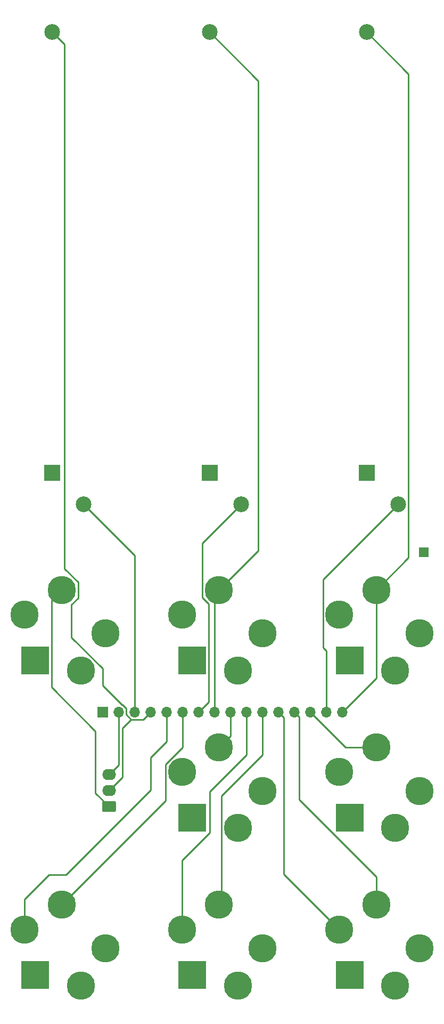
<source format=gtl>
G04 #@! TF.GenerationSoftware,KiCad,Pcbnew,6.0.1-79c1e3a40b~116~ubuntu20.04.1*
G04 #@! TF.CreationDate,2022-01-29T19:42:52-05:00*
G04 #@! TF.ProjectId,attenuverters_front,61747465-6e75-4766-9572-746572735f66,rev?*
G04 #@! TF.SameCoordinates,Original*
G04 #@! TF.FileFunction,Copper,L1,Top*
G04 #@! TF.FilePolarity,Positive*
%FSLAX46Y46*%
G04 Gerber Fmt 4.6, Leading zero omitted, Abs format (unit mm)*
G04 Created by KiCad (PCBNEW 6.0.1-79c1e3a40b~116~ubuntu20.04.1) date 2022-01-29 19:42:52*
%MOMM*%
%LPD*%
G01*
G04 APERTURE LIST*
G04 Aperture macros list*
%AMRoundRect*
0 Rectangle with rounded corners*
0 $1 Rounding radius*
0 $2 $3 $4 $5 $6 $7 $8 $9 X,Y pos of 4 corners*
0 Add a 4 corners polygon primitive as box body*
4,1,4,$2,$3,$4,$5,$6,$7,$8,$9,$2,$3,0*
0 Add four circle primitives for the rounded corners*
1,1,$1+$1,$2,$3*
1,1,$1+$1,$4,$5*
1,1,$1+$1,$6,$7*
1,1,$1+$1,$8,$9*
0 Add four rect primitives between the rounded corners*
20,1,$1+$1,$2,$3,$4,$5,0*
20,1,$1+$1,$4,$5,$6,$7,0*
20,1,$1+$1,$6,$7,$8,$9,0*
20,1,$1+$1,$8,$9,$2,$3,0*%
G04 Aperture macros list end*
G04 #@! TA.AperFunction,ComponentPad*
%ADD10R,1.500000X1.500000*%
G04 #@! TD*
G04 #@! TA.AperFunction,ComponentPad*
%ADD11R,2.500000X2.500000*%
G04 #@! TD*
G04 #@! TA.AperFunction,ComponentPad*
%ADD12C,2.500000*%
G04 #@! TD*
G04 #@! TA.AperFunction,ComponentPad*
%ADD13C,4.500001*%
G04 #@! TD*
G04 #@! TA.AperFunction,ComponentPad*
%ADD14R,4.500001X4.500001*%
G04 #@! TD*
G04 #@! TA.AperFunction,ComponentPad*
%ADD15C,4.500000*%
G04 #@! TD*
G04 #@! TA.AperFunction,ComponentPad*
%ADD16R,1.700000X1.700000*%
G04 #@! TD*
G04 #@! TA.AperFunction,ComponentPad*
%ADD17O,1.700000X1.700000*%
G04 #@! TD*
G04 #@! TA.AperFunction,ComponentPad*
%ADD18RoundRect,0.250000X0.850000X-0.620000X0.850000X0.620000X-0.850000X0.620000X-0.850000X-0.620000X0*%
G04 #@! TD*
G04 #@! TA.AperFunction,ComponentPad*
%ADD19O,2.200000X1.740000*%
G04 #@! TD*
G04 #@! TA.AperFunction,Conductor*
%ADD20C,0.250000*%
G04 #@! TD*
G04 APERTURE END LIST*
D10*
G04 #@! TO.P,TP4,1,1*
G04 #@! TO.N,Board_0-GND1*
X182079999Y-110129997D03*
G04 #@! TD*
D11*
G04 #@! TO.P,RV2,1,1*
G04 #@! TO.N,Board_0-GND1*
X147999999Y-97499997D03*
D12*
G04 #@! TO.P,RV2,2,2*
G04 #@! TO.N,Board_0-NONINV2_P*
X152999999Y-102499997D03*
G04 #@! TO.P,RV2,3,3*
G04 #@! TO.N,Board_0-INV2_P*
X147999999Y-27499997D03*
G04 #@! TD*
D13*
G04 #@! TO.P,J13,R*
G04 #@! TO.N,N/C*
X181399999Y-147999997D03*
G04 #@! TO.P,J13,RN*
X177499999Y-153899997D03*
D14*
G04 #@! TO.P,J13,S*
G04 #@! TO.N,Board_0-GND1*
X170259999Y-152239997D03*
D15*
G04 #@! TO.P,J13,T*
G04 #@! TO.N,Board_0-OUT~{SUM}_P*
X174499999Y-141099997D03*
G04 #@! TO.P,J13,TN*
G04 #@! TO.N,N/C*
X168599999Y-144999997D03*
G04 #@! TD*
D13*
G04 #@! TO.P,J4,R*
G04 #@! TO.N,N/C*
X156399999Y-122999997D03*
G04 #@! TO.P,J4,RN*
X152499999Y-128899997D03*
D14*
G04 #@! TO.P,J4,S*
G04 #@! TO.N,Board_0-GND1*
X145259999Y-127239997D03*
D15*
G04 #@! TO.P,J4,T*
G04 #@! TO.N,Board_0-INV2_P*
X149499999Y-116099997D03*
G04 #@! TO.P,J4,TN*
G04 #@! TO.N,N/C*
X143599999Y-119999997D03*
G04 #@! TD*
D13*
G04 #@! TO.P,J5,R*
G04 #@! TO.N,N/C*
X181399999Y-122999997D03*
G04 #@! TO.P,J5,RN*
X177499999Y-128899997D03*
D14*
G04 #@! TO.P,J5,S*
G04 #@! TO.N,Board_0-GND1*
X170259999Y-127239997D03*
D15*
G04 #@! TO.P,J5,T*
G04 #@! TO.N,Board_0-INV3_P*
X174499999Y-116099997D03*
G04 #@! TO.P,J5,TN*
G04 #@! TO.N,N/C*
X168599999Y-119999997D03*
G04 #@! TD*
D13*
G04 #@! TO.P,J11,R*
G04 #@! TO.N,N/C*
X181399999Y-172999997D03*
G04 #@! TO.P,J11,RN*
X177499999Y-178899997D03*
D14*
G04 #@! TO.P,J11,S*
G04 #@! TO.N,Board_0-GND1*
X170259999Y-177239997D03*
D15*
G04 #@! TO.P,J11,T*
G04 #@! TO.N,Board_0-OUT3_P*
X174499999Y-166099997D03*
G04 #@! TO.P,J11,TN*
G04 #@! TO.N,Board_0-SUM3_P*
X168599999Y-169999997D03*
G04 #@! TD*
D13*
G04 #@! TO.P,J3,R*
G04 #@! TO.N,N/C*
X131399999Y-122999997D03*
G04 #@! TO.P,J3,RN*
X127499999Y-128899997D03*
D14*
G04 #@! TO.P,J3,S*
G04 #@! TO.N,Board_0-GND1*
X120259999Y-127239997D03*
D15*
G04 #@! TO.P,J3,T*
G04 #@! TO.N,Board_0-Net-(J3-PadT)*
X124499999Y-116099997D03*
G04 #@! TO.P,J3,TN*
G04 #@! TO.N,N/C*
X118599999Y-119999997D03*
G04 #@! TD*
D13*
G04 #@! TO.P,J9,R*
G04 #@! TO.N,N/C*
X131399999Y-172999997D03*
G04 #@! TO.P,J9,RN*
X127499999Y-178899997D03*
D14*
G04 #@! TO.P,J9,S*
G04 #@! TO.N,Board_0-GND1*
X120259999Y-177239997D03*
D15*
G04 #@! TO.P,J9,T*
G04 #@! TO.N,Board_0-OUT1_P*
X124499999Y-166099997D03*
G04 #@! TO.P,J9,TN*
G04 #@! TO.N,Board_0-SUM1_P*
X118599999Y-169999997D03*
G04 #@! TD*
D11*
G04 #@! TO.P,RV3,1,1*
G04 #@! TO.N,Board_0-GND1*
X172999999Y-97499997D03*
D12*
G04 #@! TO.P,RV3,2,2*
G04 #@! TO.N,Board_0-NONINV3_P*
X177999999Y-102499997D03*
G04 #@! TO.P,RV3,3,3*
G04 #@! TO.N,Board_0-INV3_P*
X172999999Y-27499997D03*
G04 #@! TD*
D11*
G04 #@! TO.P,RV1,1,1*
G04 #@! TO.N,Board_0-GND1*
X122999999Y-97499997D03*
D12*
G04 #@! TO.P,RV1,2,2*
G04 #@! TO.N,Board_0-NONINV1_P*
X127999999Y-102499997D03*
G04 #@! TO.P,RV1,3,3*
G04 #@! TO.N,Board_0-INV1_P*
X122999999Y-27499997D03*
G04 #@! TD*
D13*
G04 #@! TO.P,J12,R*
G04 #@! TO.N,N/C*
X156399999Y-147999997D03*
G04 #@! TO.P,J12,RN*
X152499999Y-153899997D03*
D14*
G04 #@! TO.P,J12,S*
G04 #@! TO.N,Board_0-GND1*
X145259999Y-152239997D03*
D15*
G04 #@! TO.P,J12,T*
G04 #@! TO.N,Board_0-OUTSUM_P*
X149499999Y-141099997D03*
G04 #@! TO.P,J12,TN*
G04 #@! TO.N,N/C*
X143599999Y-144999997D03*
G04 #@! TD*
D13*
G04 #@! TO.P,J10,R*
G04 #@! TO.N,N/C*
X156399999Y-172999997D03*
G04 #@! TO.P,J10,RN*
X152499999Y-178899997D03*
D14*
G04 #@! TO.P,J10,S*
G04 #@! TO.N,Board_0-GND1*
X145259999Y-177239997D03*
D15*
G04 #@! TO.P,J10,T*
G04 #@! TO.N,Board_0-OUT2_P*
X149499999Y-166099997D03*
G04 #@! TO.P,J10,TN*
G04 #@! TO.N,Board_0-SUM2_P*
X143599999Y-169999997D03*
G04 #@! TD*
D16*
G04 #@! TO.P,J2,1,Pin_1*
G04 #@! TO.N,Board_0-GND1*
X130999999Y-135499997D03*
D17*
G04 #@! TO.P,J2,2,Pin_2*
G04 #@! TO.N,Board_0-10V_REF_P*
X133539999Y-135499997D03*
G04 #@! TO.P,J2,3,Pin_3*
G04 #@! TO.N,Board_0-NONINV1_P*
X136079999Y-135499997D03*
G04 #@! TO.P,J2,4,Pin_4*
G04 #@! TO.N,Board_0-INV1_P*
X138619999Y-135499997D03*
G04 #@! TO.P,J2,5,Pin_5*
G04 #@! TO.N,Board_0-SUM1_P*
X141159999Y-135499997D03*
G04 #@! TO.P,J2,6,Pin_6*
G04 #@! TO.N,Board_0-OUT1_P*
X143699999Y-135499997D03*
G04 #@! TO.P,J2,7,Pin_7*
G04 #@! TO.N,Board_0-NONINV2_P*
X146239999Y-135499997D03*
G04 #@! TO.P,J2,8,Pin_8*
G04 #@! TO.N,Board_0-INV2_P*
X148779999Y-135499997D03*
G04 #@! TO.P,J2,9,Pin_9*
G04 #@! TO.N,Board_0-OUTSUM_P*
X151319999Y-135499997D03*
G04 #@! TO.P,J2,10,Pin_10*
G04 #@! TO.N,Board_0-SUM2_P*
X153859999Y-135499997D03*
G04 #@! TO.P,J2,11,Pin_11*
G04 #@! TO.N,Board_0-OUT2_P*
X156399999Y-135499997D03*
G04 #@! TO.P,J2,12,Pin_12*
G04 #@! TO.N,Board_0-SUM3_P*
X158939999Y-135499997D03*
G04 #@! TO.P,J2,13,Pin_13*
G04 #@! TO.N,Board_0-OUT3_P*
X161479999Y-135499997D03*
G04 #@! TO.P,J2,14,Pin_14*
G04 #@! TO.N,Board_0-OUT~{SUM}_P*
X164019999Y-135499997D03*
G04 #@! TO.P,J2,15,Pin_15*
G04 #@! TO.N,Board_0-NONINV3_P*
X166559999Y-135499997D03*
G04 #@! TO.P,J2,16,Pin_16*
G04 #@! TO.N,Board_0-INV3_P*
X169099999Y-135499997D03*
G04 #@! TD*
D18*
G04 #@! TO.P,J6,1,Pin_1*
G04 #@! TO.N,Board_0-Net-(J3-PadT)*
X131999999Y-150499997D03*
D19*
G04 #@! TO.P,J6,2,Pin_2*
G04 #@! TO.N,Board_0-INV1_P*
X131999999Y-147959997D03*
G04 #@! TO.P,J6,3,Pin_3*
G04 #@! TO.N,Board_0-10V_REF_P*
X131999999Y-145419997D03*
G04 #@! TD*
D20*
G04 #@! TO.N,Board_0-10V_REF_P*
X131999999Y-145419997D02*
X133539999Y-143879997D01*
X133539999Y-143879997D02*
X133539999Y-135499997D01*
G04 #@! TO.N,Board_0-INV1_P*
X130985998Y-131226996D02*
X134083998Y-134324996D01*
X134174999Y-138015997D02*
X134174999Y-145784997D01*
X126046999Y-123635995D02*
X130985998Y-128574994D01*
X135515998Y-136674998D02*
X137444998Y-136674998D01*
X135515998Y-136674998D02*
X134174999Y-138015997D01*
X124903999Y-29403997D02*
X124903999Y-112692995D01*
X134715000Y-134935996D02*
X134715000Y-135874000D01*
X134104000Y-134324996D02*
X134715000Y-134935996D01*
X134715000Y-135874000D02*
X135515998Y-136674998D01*
X127075000Y-114863996D02*
X127075000Y-117335998D01*
X134174999Y-145784997D02*
X131999999Y-147959997D01*
X134083998Y-134324996D02*
X134104000Y-134324996D01*
X137444998Y-136674998D02*
X138619999Y-135499997D01*
X126046999Y-118363999D02*
X126046999Y-123635995D01*
X127075000Y-117335998D02*
X126046999Y-118363999D01*
X124903999Y-112692995D02*
X127075000Y-114863996D01*
X130985998Y-128574994D02*
X130985998Y-131226996D01*
X122999999Y-27499997D02*
X124903999Y-29403997D01*
G04 #@! TO.N,Board_0-INV2_P*
X155764999Y-109834997D02*
X155764999Y-35264997D01*
X155764999Y-35264997D02*
X147999999Y-27499997D01*
X149499999Y-116099997D02*
X155764999Y-109834997D01*
X148779999Y-116819997D02*
X149499999Y-116099997D01*
X148779999Y-135499997D02*
X148779999Y-116819997D01*
G04 #@! TO.N,Board_0-INV3_P*
X179640999Y-110958997D02*
X179640999Y-34140997D01*
X174499999Y-130099997D02*
X169099999Y-135499997D01*
X179640999Y-34140997D02*
X172999999Y-27499997D01*
X174499999Y-116099997D02*
X174499999Y-130099997D01*
X174499999Y-116099997D02*
X179640999Y-110958997D01*
G04 #@! TO.N,Board_0-NONINV1_P*
X136079999Y-110579997D02*
X127999999Y-102499997D01*
X136079999Y-135499997D02*
X136079999Y-110579997D01*
G04 #@! TO.N,Board_0-NONINV2_P*
X147885001Y-118296001D02*
X146874999Y-117285999D01*
X147885001Y-133854995D02*
X147885001Y-118296001D01*
X146874999Y-108624997D02*
X152999999Y-102499997D01*
X146239999Y-135499997D02*
X147885001Y-133854995D01*
X146874999Y-117285999D02*
X146874999Y-108624997D01*
G04 #@! TO.N,Board_0-NONINV3_P*
X177999999Y-102499997D02*
X166055999Y-114443997D01*
X166055999Y-121266999D02*
X166055999Y-125260995D01*
X166055999Y-114443997D02*
X166055999Y-118732995D01*
X166055999Y-118732995D02*
X166024998Y-118763996D01*
X166559999Y-125764995D02*
X166559999Y-135499997D01*
X166055999Y-125260995D02*
X166559999Y-125764995D01*
X166024998Y-121235998D02*
X166055999Y-121266999D01*
X166024998Y-118763996D02*
X166024998Y-121235998D01*
G04 #@! TO.N,Board_0-Net-(J3-PadT)*
X122885001Y-131534995D02*
X122885001Y-117714995D01*
X129856999Y-148356997D02*
X129856999Y-138506993D01*
X122885001Y-117714995D02*
X124499999Y-116099997D01*
X131999999Y-150499997D02*
X129856999Y-148356997D01*
X129856999Y-138506993D02*
X122885001Y-131534995D01*
G04 #@! TO.N,Board_0-OUT1_P*
X143699999Y-141088995D02*
X141024998Y-143763996D01*
X141024998Y-149574998D02*
X124499999Y-166099997D01*
X141024998Y-143763996D02*
X141024998Y-149574998D01*
X143699999Y-135499997D02*
X143699999Y-141088995D01*
G04 #@! TO.N,Board_0-OUT2_P*
X156399999Y-142297997D02*
X156399999Y-135499997D01*
X149924998Y-155135998D02*
X149924998Y-152663996D01*
X149926999Y-165672997D02*
X149926999Y-155137999D01*
X149926999Y-155137999D02*
X149924998Y-155135998D01*
X149499999Y-166099997D02*
X149926999Y-165672997D01*
X149926999Y-152661995D02*
X149926999Y-148770997D01*
X149924998Y-152663996D02*
X149926999Y-152661995D01*
X149926999Y-148770997D02*
X156399999Y-142297997D01*
G04 #@! TO.N,Board_0-OUT3_P*
X162245999Y-136265997D02*
X161479999Y-135499997D01*
X174499999Y-166099997D02*
X174499999Y-161655000D01*
X162245999Y-149401000D02*
X162245999Y-136265997D01*
X174499999Y-161655000D02*
X162245999Y-149401000D01*
G04 #@! TO.N,Board_0-OUTSUM_P*
X149499999Y-141099997D02*
X151319999Y-139279997D01*
X151319999Y-139279997D02*
X151319999Y-135499997D01*
G04 #@! TO.N,Board_0-OUT~{SUM}_P*
X174499999Y-141099997D02*
X169619999Y-141099997D01*
X169619999Y-141099997D02*
X164019999Y-135499997D01*
G04 #@! TO.N,Board_0-SUM1_P*
X125169999Y-161343997D02*
X122494999Y-161343997D01*
X122494999Y-161343997D02*
X118599999Y-165238997D01*
X138623999Y-142674997D02*
X138623999Y-147889997D01*
X141159999Y-140138997D02*
X138623999Y-142674997D01*
X141159999Y-135499997D02*
X141159999Y-140138997D01*
X138623999Y-147889997D02*
X125169999Y-161343997D01*
X118599999Y-165238997D02*
X118599999Y-169999997D01*
G04 #@! TO.N,Board_0-SUM2_P*
X148021999Y-148135997D02*
X153859999Y-142297997D01*
X148021999Y-154619587D02*
X148021999Y-148135997D01*
X143599999Y-169999997D02*
X143599999Y-159041587D01*
X143599999Y-159041587D02*
X148021999Y-154619587D01*
X153859999Y-142297997D02*
X153859999Y-135499997D01*
G04 #@! TO.N,Board_0-SUM3_P*
X168599999Y-169999997D02*
X159789998Y-161189996D01*
X159789998Y-136349996D02*
X158939999Y-135499997D01*
X159789998Y-161189996D02*
X159789998Y-136349996D01*
G04 #@! TD*
M02*

</source>
